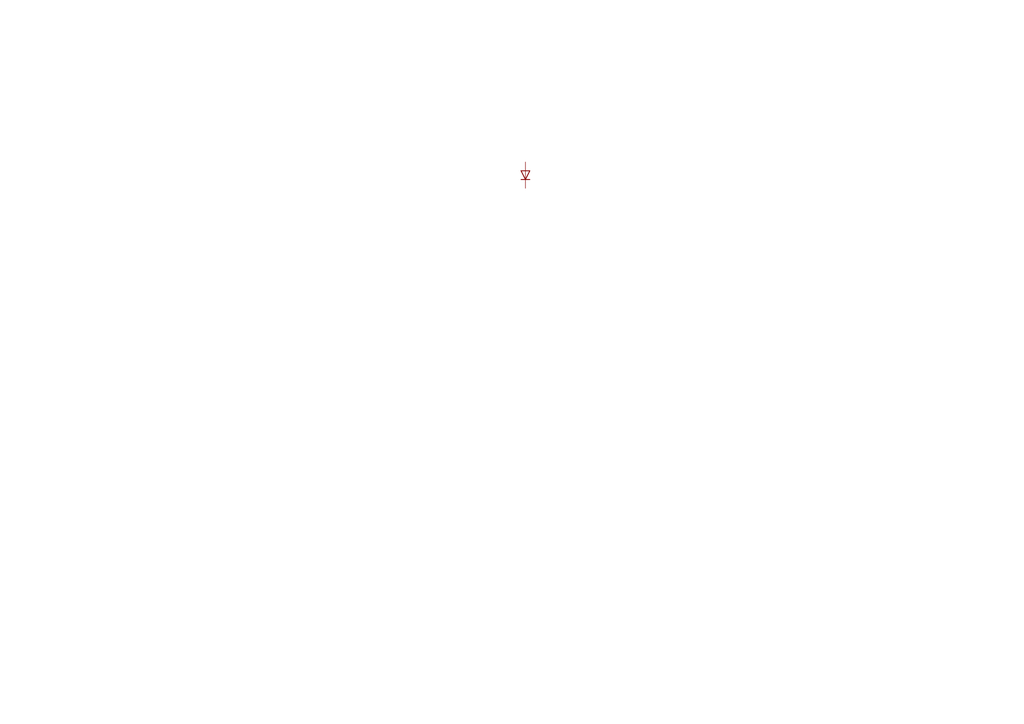
<source format=kicad_sch>
(kicad_sch (version 20211123) (generator eeschema)
  (paper "A4")
  (lib_symbols
    (symbol "Diode:1N4148" (pin_numbers hide) (pin_names hide)
      (property "Reference" "D" (at 0 2.54 0))
      (property "Value" "1N4148" (at 0 -2.54 0))
      (symbol "1N4148_0_1"
        (polyline (pts (xy -1.27 1.27) (xy -1.27 -1.27)) (stroke (width 0.254)))
        (polyline (pts (xy 1.27 0) (xy -1.27 0)))
        (polyline (pts (xy 1.27 1.27) (xy 1.27 -1.27) (xy -1.27 0) (xy 1.27 1.27)) (stroke (width 0.254)))
      )
      (symbol "1N4148_1_1"
        (pin passive line (at -3.81 0 0) (length 2.54) (name "K") (number "1"))
        (pin passive line (at 3.81 0 180) (length 2.54) (name "A") (number "2"))
      )
    )
  )
  (symbol (lib_id "Diode:1N4148") (at 152.4 50.8 90) (unit 1)
    (property "Reference" "D1" (effects hide))
    (property "Value" "1N4148" (effects hide))
    (property "Footprint" "Diode_THT:D_DO-35_SOD27_P7.62mm_Horizontal" (effects hide))
    (property "Datasheet" "https://assets.nexperia.com/documents/data-sheet/1N4148_1N4448.pdf" (effects hide))
  )
)
</source>
